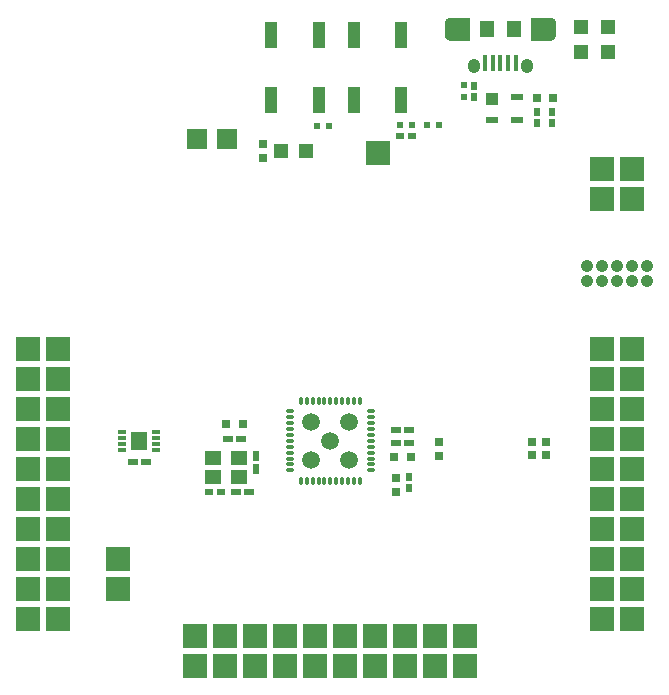
<source format=gtp>
G04 Layer_Color=8421504*
%FSLAX43Y43*%
%MOMM*%
G71*
G01*
G75*
%ADD12R,0.900X0.600*%
%ADD13R,0.600X0.900*%
%ADD14R,1.000X2.250*%
%ADD15R,0.650X0.500*%
%ADD17R,0.700X0.300*%
%ADD18R,0.400X1.350*%
%ADD21O,0.300X0.700*%
%ADD22O,0.700X0.300*%
%ADD24R,1.200X1.200*%
%ADD25R,1.100X1.000*%
%ADD26R,1.100X0.600*%
%ADD27R,0.700X0.700*%
%ADD28R,0.550X0.600*%
%ADD29R,0.650X0.800*%
%ADD30R,0.500X0.650*%
%ADD31R,0.762X0.762*%
%ADD32R,0.800X0.650*%
%ADD33R,0.600X0.550*%
%ADD34R,1.200X1.200*%
%ADD35R,1.400X1.150*%
%ADD41C,1.050*%
G04:AMPARAMS|DCode=45|XSize=1.05mm|YSize=1.25mm|CornerRadius=0.525mm|HoleSize=0mm|Usage=FLASHONLY|Rotation=180.000|XOffset=0mm|YOffset=0mm|HoleType=Round|Shape=RoundedRectangle|*
%AMROUNDEDRECTD45*
21,1,1.050,0.200,0,0,180.0*
21,1,0.000,1.250,0,0,180.0*
1,1,1.050,0.000,0.100*
1,1,1.050,0.000,0.100*
1,1,1.050,0.000,-0.100*
1,1,1.050,0.000,-0.100*
%
%ADD45ROUNDEDRECTD45*%
G04:AMPARAMS|DCode=46|XSize=2.1mm|YSize=1.9mm|CornerRadius=0.494mm|HoleSize=0mm|Usage=FLASHONLY|Rotation=180.000|XOffset=0mm|YOffset=0mm|HoleType=Round|Shape=RoundedRectangle|*
%AMROUNDEDRECTD46*
21,1,2.100,0.912,0,0,180.0*
21,1,1.112,1.900,0,0,180.0*
1,1,0.988,-0.556,0.456*
1,1,0.988,0.556,0.456*
1,1,0.988,0.556,-0.456*
1,1,0.988,-0.556,-0.456*
%
%ADD46ROUNDEDRECTD46*%
%ADD78R,2.100X2.100*%
%ADD79C,1.500*%
%ADD80R,2.100X2.100*%
%ADD81R,1.700X1.700*%
%ADD82R,1.350X1.550*%
%ADD83R,1.300X1.400*%
G36*
X-18200Y-2625D02*
X-19800D01*
X-19848Y-2621D01*
X-19901Y-2614D01*
X-19954Y-2599D01*
X-19997Y-2583D01*
X-20039Y-2563D01*
X-20083Y-2535D01*
X-20121Y-2506D01*
X-20160Y-2472D01*
X-20189Y-2436D01*
X-20217Y-2399D01*
X-20241Y-2358D01*
X-20261Y-2316D01*
X-20277Y-2274D01*
X-20289Y-2223D01*
X-20296Y-2178D01*
X-20300Y-2125D01*
Y-1225D01*
X-20296Y-1170D01*
X-20288Y-1125D01*
X-20276Y-1075D01*
X-20260Y-1035D01*
X-20247Y-1002D01*
X-20222Y-959D01*
X-20196Y-922D01*
X-20165Y-884D01*
X-20120Y-843D01*
X-20080Y-813D01*
X-20034Y-784D01*
X-19981Y-760D01*
X-19894Y-734D01*
X-19800Y-725D01*
X-18200D01*
Y-2625D01*
D02*
G37*
G36*
X-11352Y-729D02*
X-11299Y-736D01*
X-11246Y-751D01*
X-11203Y-767D01*
X-11161Y-787D01*
X-11117Y-815D01*
X-11079Y-844D01*
X-11040Y-878D01*
X-11011Y-914D01*
X-10983Y-951D01*
X-10959Y-992D01*
X-10939Y-1034D01*
X-10923Y-1076D01*
X-10911Y-1127D01*
X-10904Y-1172D01*
X-10900Y-1225D01*
Y-2125D01*
X-10904Y-2180D01*
X-10912Y-2225D01*
X-10924Y-2275D01*
X-10940Y-2315D01*
X-10953Y-2348D01*
X-10978Y-2391D01*
X-11004Y-2428D01*
X-11035Y-2466D01*
X-11080Y-2507D01*
X-11120Y-2537D01*
X-11166Y-2566D01*
X-11219Y-2590D01*
X-11306Y-2616D01*
X-11400Y-2625D01*
X-13000D01*
Y-725D01*
X-11400D01*
X-11352Y-729D01*
D02*
G37*
D12*
X-37950Y-40875D02*
D03*
X-36850D02*
D03*
X-46750Y-38325D02*
D03*
X-45650D02*
D03*
X-24450Y-35600D02*
D03*
X-23350D02*
D03*
X-24450Y-36700D02*
D03*
X-23350D02*
D03*
X-37572Y-36385D02*
D03*
X-38672D02*
D03*
D13*
X-36275Y-38925D02*
D03*
Y-37825D02*
D03*
D14*
X-35000Y-7650D02*
D03*
Y-2150D02*
D03*
X-31000D02*
D03*
Y-7650D02*
D03*
X-28000D02*
D03*
Y-2150D02*
D03*
X-24000D02*
D03*
Y-7650D02*
D03*
D15*
X-40250Y-40875D02*
D03*
X-39300D02*
D03*
X-23125Y-10675D02*
D03*
X-24075D02*
D03*
D17*
X-44750Y-37250D02*
D03*
Y-36750D02*
D03*
Y-36250D02*
D03*
Y-35750D02*
D03*
X-47650D02*
D03*
Y-36250D02*
D03*
Y-36750D02*
D03*
Y-37250D02*
D03*
D18*
X-14300Y-4475D02*
D03*
X-14950D02*
D03*
X-15600D02*
D03*
X-16250D02*
D03*
X-16900D02*
D03*
D21*
X-32000Y-33100D02*
D03*
X-31500D02*
D03*
X-31000D02*
D03*
X-30500D02*
D03*
X-30000D02*
D03*
X-29500D02*
D03*
X-29000D02*
D03*
X-28500D02*
D03*
X-28000D02*
D03*
X-27500D02*
D03*
X-32500D02*
D03*
Y-39900D02*
D03*
X-32000D02*
D03*
X-31500D02*
D03*
X-31000D02*
D03*
X-30500D02*
D03*
X-30000D02*
D03*
X-29500D02*
D03*
X-29000D02*
D03*
X-28500D02*
D03*
X-28000D02*
D03*
X-27500D02*
D03*
D22*
X-26600Y-34000D02*
D03*
X-33400D02*
D03*
Y-34500D02*
D03*
Y-35000D02*
D03*
Y-35500D02*
D03*
Y-36000D02*
D03*
Y-36500D02*
D03*
Y-37000D02*
D03*
Y-37500D02*
D03*
Y-38000D02*
D03*
Y-38500D02*
D03*
Y-39000D02*
D03*
X-26600D02*
D03*
Y-38500D02*
D03*
Y-38000D02*
D03*
Y-37500D02*
D03*
Y-37000D02*
D03*
Y-36500D02*
D03*
Y-36000D02*
D03*
Y-35500D02*
D03*
Y-35000D02*
D03*
Y-34500D02*
D03*
D24*
X-8750Y-1450D02*
D03*
Y-3550D02*
D03*
X-6500Y-1450D02*
D03*
Y-3550D02*
D03*
D25*
X-16316Y-7600D02*
D03*
D26*
Y-9300D02*
D03*
X-14216D02*
D03*
Y-7400D02*
D03*
D27*
X-11125Y-7500D02*
D03*
X-12525D02*
D03*
X-23200Y-37850D02*
D03*
X-24600D02*
D03*
D28*
X-18725Y-7400D02*
D03*
Y-6400D02*
D03*
D29*
X-24475Y-40825D02*
D03*
Y-39625D02*
D03*
X-35675Y-11350D02*
D03*
Y-12550D02*
D03*
X-20775Y-36625D02*
D03*
Y-37825D02*
D03*
D30*
X-23325Y-40500D02*
D03*
Y-39550D02*
D03*
X-17825Y-6425D02*
D03*
Y-7375D02*
D03*
X-11225Y-9575D02*
D03*
Y-8625D02*
D03*
X-12525Y-9575D02*
D03*
Y-8625D02*
D03*
D31*
X-37426Y-35075D02*
D03*
X-38824D02*
D03*
D32*
X-12925Y-37725D02*
D03*
X-11725D02*
D03*
X-12925Y-36575D02*
D03*
X-11725D02*
D03*
D33*
X-31150Y-9850D02*
D03*
X-30150D02*
D03*
X-24100Y-9800D02*
D03*
X-23100D02*
D03*
X-20811D02*
D03*
X-21811D02*
D03*
D34*
X-34150Y-12000D02*
D03*
X-32050D02*
D03*
D35*
X-37775Y-39550D02*
D03*
X-39975D02*
D03*
Y-37950D02*
D03*
X-37775D02*
D03*
D41*
X-3160Y-21740D02*
D03*
Y-23010D02*
D03*
X-4430Y-21740D02*
D03*
Y-23010D02*
D03*
X-5700Y-21740D02*
D03*
Y-23010D02*
D03*
X-6970Y-21740D02*
D03*
Y-23010D02*
D03*
X-8240Y-21740D02*
D03*
Y-23010D02*
D03*
D45*
X-17825Y-4800D02*
D03*
X-13375D02*
D03*
D46*
X-19250Y-1675D02*
D03*
X-11950D02*
D03*
D78*
X-25925Y-12125D02*
D03*
X-6970Y-28730D02*
D03*
X-4430Y-51590D02*
D03*
X-6970D02*
D03*
X-4430Y-49050D02*
D03*
X-6970D02*
D03*
X-4430Y-46510D02*
D03*
X-6970D02*
D03*
X-4430Y-43970D02*
D03*
X-6970D02*
D03*
X-4430Y-41430D02*
D03*
X-6970D02*
D03*
X-4430Y-28730D02*
D03*
X-6970Y-31270D02*
D03*
X-4430D02*
D03*
X-6970Y-33810D02*
D03*
X-4430D02*
D03*
X-6970Y-36350D02*
D03*
X-4430D02*
D03*
X-6970Y-38890D02*
D03*
X-4430D02*
D03*
X-55570Y-41430D02*
D03*
X-53030D02*
D03*
X-55570Y-43970D02*
D03*
X-53030D02*
D03*
X-55570Y-46510D02*
D03*
X-53030D02*
D03*
X-55570Y-49050D02*
D03*
X-53030D02*
D03*
X-55570Y-51590D02*
D03*
X-53030Y-38890D02*
D03*
X-55570D02*
D03*
X-53030Y-36350D02*
D03*
X-55570D02*
D03*
X-53030Y-33810D02*
D03*
X-55570D02*
D03*
X-53030Y-31270D02*
D03*
X-55570D02*
D03*
X-53030Y-28730D02*
D03*
X-55570D02*
D03*
X-53030Y-51590D02*
D03*
X-47950Y-46510D02*
D03*
Y-49050D02*
D03*
X-6970Y-13490D02*
D03*
X-4430D02*
D03*
X-6970Y-16030D02*
D03*
X-4430D02*
D03*
D79*
X-28400Y-34900D02*
D03*
Y-38100D02*
D03*
X-31600D02*
D03*
Y-34900D02*
D03*
X-30000Y-36500D02*
D03*
D80*
X-28730Y-55570D02*
D03*
Y-53030D02*
D03*
X-26190Y-55570D02*
D03*
Y-53030D02*
D03*
X-23650Y-55570D02*
D03*
Y-53030D02*
D03*
X-21110Y-55570D02*
D03*
Y-53030D02*
D03*
X-18570Y-55570D02*
D03*
X-31270Y-53030D02*
D03*
Y-55570D02*
D03*
X-33810Y-53030D02*
D03*
Y-55570D02*
D03*
X-36350Y-53030D02*
D03*
Y-55570D02*
D03*
X-38890Y-53030D02*
D03*
Y-55570D02*
D03*
X-41430Y-53030D02*
D03*
Y-55570D02*
D03*
X-18570Y-53030D02*
D03*
D81*
X-41270Y-10950D02*
D03*
X-38730D02*
D03*
D82*
X-46200Y-36500D02*
D03*
D83*
X-16750Y-1675D02*
D03*
X-14450D02*
D03*
M02*

</source>
